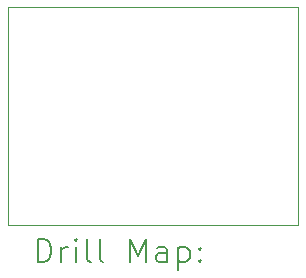
<source format=gbr>
%FSLAX45Y45*%
G04 Gerber Fmt 4.5, Leading zero omitted, Abs format (unit mm)*
G04 Created by KiCad (PCBNEW 6.0.4-6f826c9f35~116~ubuntu20.04.1) date 2022-03-30 22:07:18*
%MOMM*%
%LPD*%
G01*
G04 APERTURE LIST*
%TA.AperFunction,Profile*%
%ADD10C,0.100000*%
%TD*%
%ADD11C,0.200000*%
G04 APERTURE END LIST*
D10*
X5980000Y-5250000D02*
X5980000Y-3400000D01*
X8440000Y-5250000D02*
X5980000Y-5250000D01*
X8440000Y-3400000D02*
X8440000Y-5250000D01*
X5980000Y-3400000D02*
X8440000Y-3400000D01*
D11*
X6232619Y-5565476D02*
X6232619Y-5365476D01*
X6280238Y-5365476D01*
X6308809Y-5375000D01*
X6327857Y-5394048D01*
X6337381Y-5413095D01*
X6346905Y-5451190D01*
X6346905Y-5479762D01*
X6337381Y-5517857D01*
X6327857Y-5536905D01*
X6308809Y-5555952D01*
X6280238Y-5565476D01*
X6232619Y-5565476D01*
X6432619Y-5565476D02*
X6432619Y-5432143D01*
X6432619Y-5470238D02*
X6442143Y-5451190D01*
X6451667Y-5441667D01*
X6470714Y-5432143D01*
X6489762Y-5432143D01*
X6556428Y-5565476D02*
X6556428Y-5432143D01*
X6556428Y-5365476D02*
X6546905Y-5375000D01*
X6556428Y-5384524D01*
X6565952Y-5375000D01*
X6556428Y-5365476D01*
X6556428Y-5384524D01*
X6680238Y-5565476D02*
X6661190Y-5555952D01*
X6651667Y-5536905D01*
X6651667Y-5365476D01*
X6785000Y-5565476D02*
X6765952Y-5555952D01*
X6756428Y-5536905D01*
X6756428Y-5365476D01*
X7013571Y-5565476D02*
X7013571Y-5365476D01*
X7080238Y-5508333D01*
X7146905Y-5365476D01*
X7146905Y-5565476D01*
X7327857Y-5565476D02*
X7327857Y-5460714D01*
X7318333Y-5441667D01*
X7299286Y-5432143D01*
X7261190Y-5432143D01*
X7242143Y-5441667D01*
X7327857Y-5555952D02*
X7308809Y-5565476D01*
X7261190Y-5565476D01*
X7242143Y-5555952D01*
X7232619Y-5536905D01*
X7232619Y-5517857D01*
X7242143Y-5498810D01*
X7261190Y-5489286D01*
X7308809Y-5489286D01*
X7327857Y-5479762D01*
X7423095Y-5432143D02*
X7423095Y-5632143D01*
X7423095Y-5441667D02*
X7442143Y-5432143D01*
X7480238Y-5432143D01*
X7499286Y-5441667D01*
X7508809Y-5451190D01*
X7518333Y-5470238D01*
X7518333Y-5527381D01*
X7508809Y-5546429D01*
X7499286Y-5555952D01*
X7480238Y-5565476D01*
X7442143Y-5565476D01*
X7423095Y-5555952D01*
X7604048Y-5546429D02*
X7613571Y-5555952D01*
X7604048Y-5565476D01*
X7594524Y-5555952D01*
X7604048Y-5546429D01*
X7604048Y-5565476D01*
X7604048Y-5441667D02*
X7613571Y-5451190D01*
X7604048Y-5460714D01*
X7594524Y-5451190D01*
X7604048Y-5441667D01*
X7604048Y-5460714D01*
M02*

</source>
